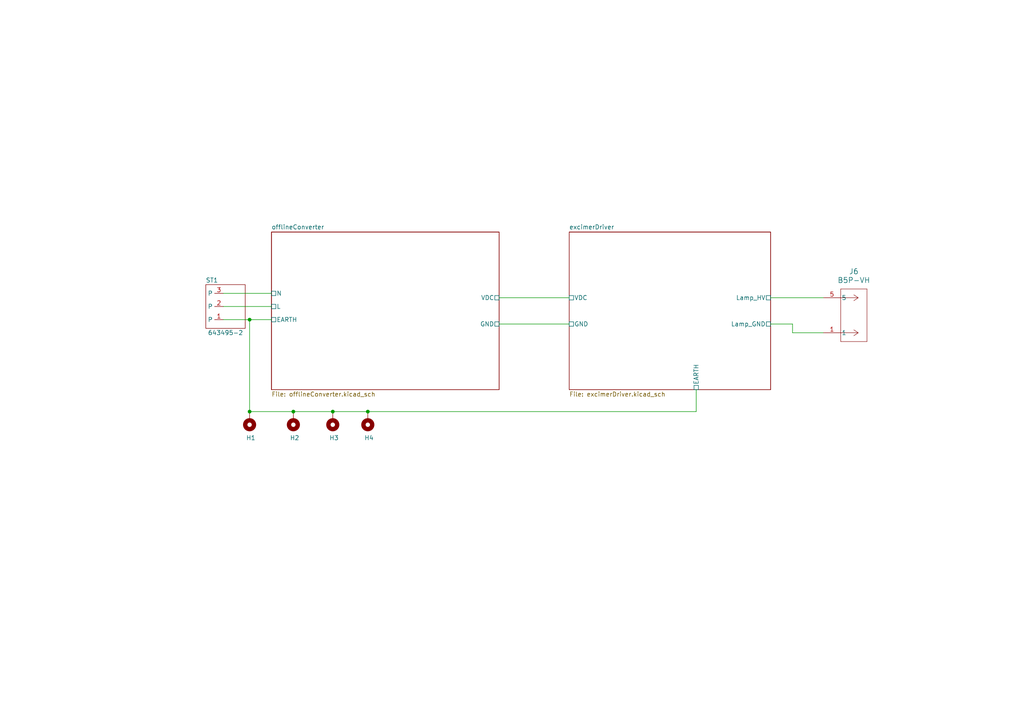
<source format=kicad_sch>
(kicad_sch (version 20250114) (generator "eeschema") (generator_version "9.0")
  (paper "A4")
  (lib_symbols
    (symbol "Hansmann:643495-2_"
      (property "Reference" "ST" (at -9.398 0 0))
      (symbol "643495-2__0_1"
        (rectangle (start -6.35 -6.35) (end 5.08 6.35))
      )
      (symbol "643495-2__1_1"
        (pin passive line (at 0 3.81 0) (length 2.54) (name "P") (number "1"))
        (pin passive line (at 0 0 0) (length 2.54) (name "P") (number "2"))
        (pin passive line (at 0 -3.81 0) (length 2.54) (name "P") (number "3"))
      )
    )
    (symbol "Hansmann:B2P5-VH" (pin_names (offset 0.254))
      (property "Reference" "J" (at 8.89 6.35 0))
      (property "Value" "B5P-VH" (at 0 0 0))
      (symbol "B2P5-VH_1_1"
        (polyline (pts (xy 5.08 2.54) (xy 5.08 -12.7)) (stroke (width 0.127)))
        (polyline (pts (xy 5.08 -12.7) (xy 12.7 -12.7)) (stroke (width 0.127)))
        (polyline (pts (xy 10.16 0) (xy 5.08 0)) (stroke (width 0.127)))
        (polyline (pts (xy 10.16 0) (xy 8.89 0.8467)) (stroke (width 0.127)))
        (polyline (pts (xy 10.16 0) (xy 8.89 -0.8467)) (stroke (width 0.127)))
        (polyline (pts (xy 10.16 -10.16) (xy 5.08 -10.16)) (stroke (width 0.127)))
        (polyline (pts (xy 10.16 -10.16) (xy 8.89 -9.3133)) (stroke (width 0.127)))
        (polyline (pts (xy 10.16 -10.16) (xy 8.89 -11.0067)) (stroke (width 0.127)))
        (polyline (pts (xy 12.7 2.54) (xy 5.08 2.54)) (stroke (width 0.127)))
        (polyline (pts (xy 12.7 -12.7) (xy 12.7 2.54)) (stroke (width 0.127)))
        (pin unspecified line (at 0 0 0) (length 5.08) (name "1") (number "1"))
        (pin unspecified line (at 0 -10.16 0) (length 5.08) (name "5") (number "5"))
      )
      (symbol "B2P5-VH_1_2"
        (polyline (pts (xy 5.08 2.54) (xy 5.08 -12.7)) (stroke (width 0.127)))
        (polyline (pts (xy 5.08 -12.7) (xy 12.7 -12.7)) (stroke (width 0.127)))
        (polyline (pts (xy 7.62 0) (xy 5.08 0)) (stroke (width 0.127)))
        (polyline (pts (xy 7.62 0) (xy 8.89 0.8467)) (stroke (width 0.127)))
        (polyline (pts (xy 7.62 0) (xy 8.89 -0.8467)) (stroke (width 0.127)))
        (polyline (pts (xy 7.62 -2.54) (xy 5.08 -2.54)) (stroke (width 0.127)))
        (polyline (pts (xy 7.62 -2.54) (xy 8.89 -1.6933)) (stroke (width 0.127)))
        (polyline (pts (xy 7.62 -2.54) (xy 8.89 -3.3867)) (stroke (width 0.127)))
        (polyline (pts (xy 7.62 -5.08) (xy 5.08 -5.08)) (stroke (width 0.127)))
        (polyline (pts (xy 7.62 -5.08) (xy 8.89 -4.2333)) (stroke (width 0.127)))
        (polyline (pts (xy 7.62 -5.08) (xy 8.89 -5.9267)) (stroke (width 0.127)))
        (polyline (pts (xy 7.62 -7.62) (xy 5.08 -7.62)) (stroke (width 0.127)))
        (polyline (pts (xy 7.62 -7.62) (xy 8.89 -6.7733)) (stroke (width 0.127)))
        (polyline (pts (xy 7.62 -7.62) (xy 8.89 -8.4667)) (stroke (width 0.127)))
        (polyline (pts (xy 7.62 -10.16) (xy 5.08 -10.16)) (stroke (width 0.127)))
        (polyline (pts (xy 7.62 -10.16) (xy 8.89 -9.3133)) (stroke (width 0.127)))
        (polyline (pts (xy 7.62 -10.16) (xy 8.89 -11.0067)) (stroke (width 0.127)))
        (polyline (pts (xy 12.7 2.54) (xy 5.08 2.54)) (stroke (width 0.127)))
        (polyline (pts (xy 12.7 -12.7) (xy 12.7 2.54)) (stroke (width 0.127)))
        (pin unspecified line (at 0 0 0) (length 5.08) (name "1") (number "1"))
        (pin unspecified line (at 0 -2.54 0) (length 5.08) (name "2") (number "2"))
        (pin unspecified line (at 0 -5.08 0) (length 5.08) (name "3") (number "3"))
        (pin unspecified line (at 0 -7.62 0) (length 5.08) (name "4") (number "4"))
        (pin unspecified line (at 0 -10.16 0) (length 5.08) (name "5") (number "5"))
      )
    )
    (symbol "Mechanical:MountingHole_Pad" (pin_numbers (hide yes)) (pin_names (offset 1.016) (hide yes)) (in_bom no)
      (property "Reference" "H" (at 0 6.35 0))
      (property "Value" "MountingHole_Pad" (at 0 4.445 0))
      (symbol "MountingHole_Pad_0_1"
        (circle (center 0 1.27) (radius 1.27) (stroke (width 1.27)))
      )
      (symbol "MountingHole_Pad_1_1"
        (pin input line (at 0 -2.54 90) (length 2.54) (name "1") (number "1"))
      )
    )
  )
  (junction (at 106.68 119.38))
  (junction (at 72.39 119.38))
  (junction (at 85.09 119.38))
  (junction (at 96.52 119.38))
  (junction (at 72.39 92.71))
  (wire (pts (xy 144.78 93.98) (xy 165.1 93.98)))
  (wire (pts (xy 96.52 119.38) (xy 106.68 119.38)))
  (wire (pts (xy 64.77 85.09) (xy 78.74 85.09)))
  (wire (pts (xy 229.87 96.52) (xy 238.76 96.52)))
  (wire (pts (xy 144.78 86.36) (xy 165.1 86.36)))
  (wire (pts (xy 64.77 88.9) (xy 78.74 88.9)))
  (wire (pts (xy 223.52 86.36) (xy 238.76 86.36)))
  (wire (pts (xy 72.39 119.38) (xy 72.39 92.71)))
  (wire (pts (xy 72.39 92.71) (xy 78.74 92.71)))
  (wire (pts (xy 201.93 113.03) (xy 201.93 119.38)))
  (wire (pts (xy 106.68 119.38) (xy 201.93 119.38)))
  (wire (pts (xy 223.52 93.98) (xy 229.87 93.98)))
  (wire (pts (xy 229.87 93.98) (xy 229.87 96.52)))
  (wire (pts (xy 85.09 119.38) (xy 96.52 119.38)))
  (wire (pts (xy 64.77 92.71) (xy 72.39 92.71)))
  (wire (pts (xy 72.39 119.38) (xy 85.09 119.38)))
  (symbol (lib_id "Mechanical:MountingHole_Pad") (at 106.68 121.92 180) (unit 1) (in_bom no)
    (property "Reference" "H4" (at 105.664 127 0) (effects (justify right)))
    (property "Value" "MountingHole_Pad" (effects (hide yes)))
    (property "Footprint" "Hansmann:Mounting_M3_NPTH_Vias" (effects (hide yes)))
    (property "Description" "Mounting Hole with connection" (effects (hide yes)))
  )
  (symbol (lib_id "Mechanical:MountingHole_Pad") (at 85.09 121.92 180) (unit 1) (in_bom no)
    (property "Reference" "H2" (at 84.074 127 0) (effects (justify right)))
    (property "Value" "MountingHole_Pad" (effects (hide yes)))
    (property "Footprint" "Hansmann:Mounting_M3_NPTH_Vias" (effects (hide yes)))
    (property "Description" "Mounting Hole with connection" (effects (hide yes)))
  )
  (symbol (lib_id "Hansmann:643495-2_") (at 64.77 88.9 180) (unit 1)
    (property "Reference" "ST1" (at 61.468 81.28 0))
    (property "Value" "643495-2" (at 65.405 96.52 0))
    (property "Footprint" "Hansmann:643495-2" (effects (hide yes)))
  )
  (symbol (lib_id "Hansmann:B2P5-VH") (at 238.76 96.52 0) (mirror x) (unit 1)
    (property "Reference" "J6" (at 247.65 78.74 0) (effects (font (size 1.524 1.524))))
    (property "Value" "B5P-VH" (at 247.65 81.28 0) (effects (font (size 1.524 1.524))))
    (property "Footprint" "Hansmann:CONN_B2P5-VH_JST" (effects (hide yes)))
    (property "Datasheet" "B5P-VH" (effects (hide yes)))
  )
  (symbol (lib_id "Mechanical:MountingHole_Pad") (at 96.52 121.92 180) (unit 1) (in_bom no)
    (property "Reference" "H3" (at 95.504 127 0) (effects (justify right)))
    (property "Value" "MountingHole_Pad" (effects (hide yes)))
    (property "Footprint" "Hansmann:Mounting_M3_NPTH_Vias" (effects (hide yes)))
    (property "Description" "Mounting Hole with connection" (effects (hide yes)))
  )
  (symbol (lib_id "Mechanical:MountingHole_Pad") (at 72.39 121.92 180) (unit 1) (in_bom no)
    (property "Reference" "H1" (at 71.374 127 0) (effects (justify right)))
    (property "Value" "MountingHole_Pad" (effects (hide yes)))
    (property "Footprint" "Hansmann:Mounting_M3_NPTH_Vias" (effects (hide yes)))
    (property "Description" "Mounting Hole with connection" (effects (hide yes)))
  )
  (sheet (at 165.1 67.31) (size 58.42 45.72) (stroke (width 0.1524))
    (property "Sheetname" "excimerDriver" (at 165.1 66.5984 0) (effects (justify left bottom)))
    (property "Sheetfile" "excimerDriver.kicad_sch" (at 165.1 113.6146 0) (effects (justify left top)))
    (pin "GND" passive (at 165.1 93.98 180))
    (pin "VDC" passive (at 165.1 86.36 180))
    (pin "EARTH" passive (at 201.93 113.03 270))
    (pin "Lamp_GND" passive (at 223.52 93.98 0))
    (pin "Lamp_HV" passive (at 223.52 86.36 0))
  )
  (sheet (at 78.74 67.31) (size 66.04 45.72) (stroke (width 0.1524))
    (property "Sheetname" "offlineConverter" (at 78.74 66.5984 0) (effects (justify left bottom)))
    (property "Sheetfile" "offlineConverter.kicad_sch" (at 78.74 113.6146 0) (effects (justify left top)))
    (pin "EARTH" passive (at 78.74 92.71 180))
    (pin "L" passive (at 78.74 88.9 180))
    (pin "N" passive (at 78.74 85.09 180))
    (pin "GND" passive (at 144.78 93.98 0))
    (pin "VDC" passive (at 144.78 86.36 0))
  )
)
</source>
